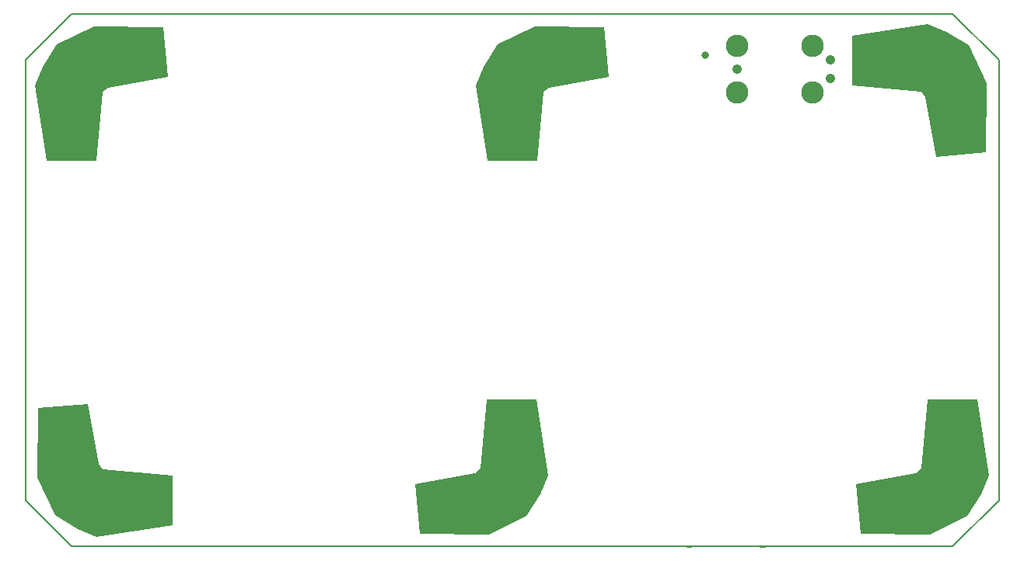
<source format=gts>
G04*
G04 #@! TF.GenerationSoftware,Altium Limited,Altium Designer,19.0.10 (269)*
G04*
G04 Layer_Color=8388736*
%FSLAX44Y44*%
%MOMM*%
G71*
G01*
G75*
%ADD12C,0.2000*%
%ADD13C,0.2000*%
%ADD14C,1.4000*%
%ADD15C,1.6800*%
%ADD16C,1.5000*%
%ADD17C,2.4511*%
%ADD18C,1.0668*%
%ADD19C,0.8000*%
G36*
X1003009Y560988D02*
X1027067Y546016D01*
X1046849Y504990D01*
X1046052Y429409D01*
X991721Y424584D01*
X979999Y490001D01*
X975477Y495653D01*
X899976Y502623D01*
Y556759D01*
X982640Y569199D01*
X1003009Y560988D01*
D02*
G37*
G36*
X630591Y566052D02*
X635416Y511721D01*
X569999Y499999D01*
X564347Y495477D01*
X557377Y419976D01*
X503241D01*
X490801Y502640D01*
X499012Y523009D01*
X513984Y547067D01*
X555010Y566849D01*
X630591Y566052D01*
D02*
G37*
G36*
X150591D02*
X155416Y511721D01*
X89999Y499999D01*
X84347Y495477D01*
X77377Y419976D01*
X23241D01*
X10801Y502640D01*
X19012Y523009D01*
X33984Y547067D01*
X75010Y566849D01*
X150591Y566052D01*
D02*
G37*
G36*
X1049199Y77360D02*
X1040988Y56991D01*
X1026016Y32933D01*
X984990Y13151D01*
X909409Y13948D01*
X904584Y68279D01*
X970001Y80001D01*
X975653Y84523D01*
X982623Y160024D01*
X1036759D01*
X1049199Y77360D01*
D02*
G37*
G36*
X569199D02*
X560988Y56991D01*
X546016Y32933D01*
X504990Y13151D01*
X429409Y13948D01*
X424584Y68279D01*
X490001Y80001D01*
X495653Y84523D01*
X502623Y160024D01*
X556759D01*
X569199Y77360D01*
D02*
G37*
G36*
X80001Y89999D02*
X84523Y84347D01*
X160024Y77377D01*
Y23241D01*
X77360Y10801D01*
X56991Y19012D01*
X32933Y33984D01*
X13151Y75010D01*
X13948Y150591D01*
X68279Y155416D01*
X80001Y89999D01*
D02*
G37*
D12*
X50000Y0D02*
X1010000D01*
X1060000Y50000D01*
Y530000D01*
X1010000Y580000D02*
X1060000Y530000D01*
X50000Y580000D02*
X1010000D01*
X0Y50000D02*
Y530000D01*
Y50000D02*
X50000Y0D01*
X0Y530000D02*
X50000Y580000D01*
X720500Y-250D02*
X725500D01*
X800500D02*
X805750D01*
D13*
X922440Y60000D02*
D03*
X925610Y23730D02*
D03*
X979350Y70090D02*
D03*
X983410Y23670D02*
D03*
X993700Y92420D02*
D03*
X998800Y150000D02*
D03*
X1035200D02*
D03*
X1040300Y92420D02*
D03*
X1000000Y442440D02*
D03*
X1036270Y445610D02*
D03*
X989910Y499350D02*
D03*
X1036330Y503410D02*
D03*
X967580Y513700D02*
D03*
X910000Y518800D02*
D03*
Y555200D02*
D03*
X967580Y560300D02*
D03*
X617560Y520000D02*
D03*
X614390Y556270D02*
D03*
X560650Y509910D02*
D03*
X556590Y556330D02*
D03*
X546300Y487580D02*
D03*
X541200Y430000D02*
D03*
X504800D02*
D03*
X499700Y487580D02*
D03*
X442440Y60000D02*
D03*
X445610Y23730D02*
D03*
X499350Y70090D02*
D03*
X503410Y23670D02*
D03*
X513700Y92420D02*
D03*
X518800Y150000D02*
D03*
X555200D02*
D03*
X560300Y92420D02*
D03*
X137560Y520000D02*
D03*
X134390Y556270D02*
D03*
X80650Y509910D02*
D03*
X76590Y556330D02*
D03*
X66300Y487580D02*
D03*
X61200Y430000D02*
D03*
X24800D02*
D03*
X19700Y487580D02*
D03*
X60000Y137560D02*
D03*
X23730Y134390D02*
D03*
X70090Y80650D02*
D03*
X23670Y76590D02*
D03*
X92420Y66300D02*
D03*
X150000Y61200D02*
D03*
Y24800D02*
D03*
X92420Y19700D02*
D03*
D14*
X993630Y26560D02*
D03*
X1041820Y77580D02*
D03*
X987930Y75960D02*
D03*
X1033440Y513630D02*
D03*
X982420Y561820D02*
D03*
X984040Y507930D02*
D03*
X546370Y553440D02*
D03*
X498180Y502420D02*
D03*
X552070Y504040D02*
D03*
X513630Y26560D02*
D03*
X561820Y77580D02*
D03*
X507930Y75960D02*
D03*
X66370Y553440D02*
D03*
X18180Y502420D02*
D03*
X72070Y504040D02*
D03*
X26560Y66370D02*
D03*
X77580Y18180D02*
D03*
X75960Y72070D02*
D03*
D15*
X915440Y60000D02*
D03*
X918610Y23730D02*
D03*
X972350Y70090D02*
D03*
X976410Y23670D02*
D03*
X986700Y92420D02*
D03*
X991800Y150000D02*
D03*
X1028200D02*
D03*
X1033300Y92420D02*
D03*
X1000000Y435440D02*
D03*
X1036270Y438610D02*
D03*
X989910Y492350D02*
D03*
X1036330Y496410D02*
D03*
X967580Y506700D02*
D03*
X910000Y511800D02*
D03*
Y548200D02*
D03*
X967580Y553300D02*
D03*
X624560Y520000D02*
D03*
X621390Y556270D02*
D03*
X567650Y509910D02*
D03*
X563590Y556330D02*
D03*
X553300Y487580D02*
D03*
X548200Y430000D02*
D03*
X511800D02*
D03*
X506700Y487580D02*
D03*
X435440Y60000D02*
D03*
X438610Y23730D02*
D03*
X492350Y70090D02*
D03*
X496410Y23670D02*
D03*
X506700Y92420D02*
D03*
X511800Y150000D02*
D03*
X548200D02*
D03*
X553300Y92420D02*
D03*
X144560Y520000D02*
D03*
X141390Y556270D02*
D03*
X87650Y509910D02*
D03*
X83590Y556330D02*
D03*
X73300Y487580D02*
D03*
X68200Y430000D02*
D03*
X31800D02*
D03*
X26700Y487580D02*
D03*
X60000Y144560D02*
D03*
X23730Y141390D02*
D03*
X70090Y87650D02*
D03*
X23670Y83590D02*
D03*
X92420Y73300D02*
D03*
X150000Y68200D02*
D03*
Y31800D02*
D03*
X92420Y26700D02*
D03*
D16*
X1010000Y50000D02*
D03*
Y530000D02*
D03*
X530000D02*
D03*
Y50000D02*
D03*
X50000Y530000D02*
D03*
Y50000D02*
D03*
D17*
X857550Y494600D02*
D03*
Y545400D02*
D03*
X775000D02*
D03*
Y494600D02*
D03*
D18*
X876600Y509850D02*
D03*
Y530150D02*
D03*
X775000Y520000D02*
D03*
D19*
X740000Y535029D02*
D03*
M02*

</source>
